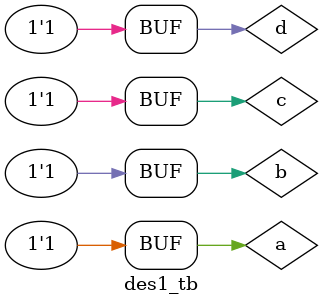
<source format=v>
module des1 (a,b,c,d,e);
  input a,b,c,d;
  output e;
  wire ab;
  wire f;
  wire g; 
  
and (ab,a,b);
  nor (f,c,d);
    and (g,ab,f);
    nand (e,ab,g);
  
endmodule

module des1_tb();
  
  reg a,b,c,d;
  wire e;
  
  
  des1 a1(a,b,c,d,e);
  
  initial begin
    
    $monitor("value of a=%b, b=%b,c=%b,d=%b,e=%b");
    
    a=0; b=0; c=0; d=0;
    #50 a=0; b=0; c=0; d=0;
    #50 a=1; b=0; c=0; d=0;
    #50 a=0; b=1; c=0; d=0;
    #50 a=0; b=0; c=1; d=0;
    #50 a=0; b=0; c=0; d=1;
    #50 a=1; b=1; c=0; d=0;
    #50 a=0; b=1; c=1; d=0;
    #50 a=0; b=0; c=1; d=1;
    #50 a=1; b=0; c=0; d=1;
    #50 a=1; b=0; c=1; d=0;
    #50 a=1; b=1; c=1; d=0;
    #50 a=0; b=1; c=1; d=1;
    #50 a=1; b=1; c=0; d=1;
    #50 a=1; b=0; c=1; d=1;
    #50 a=1; b=1; c=1; d=1;
    
  end
endmodule

</source>
